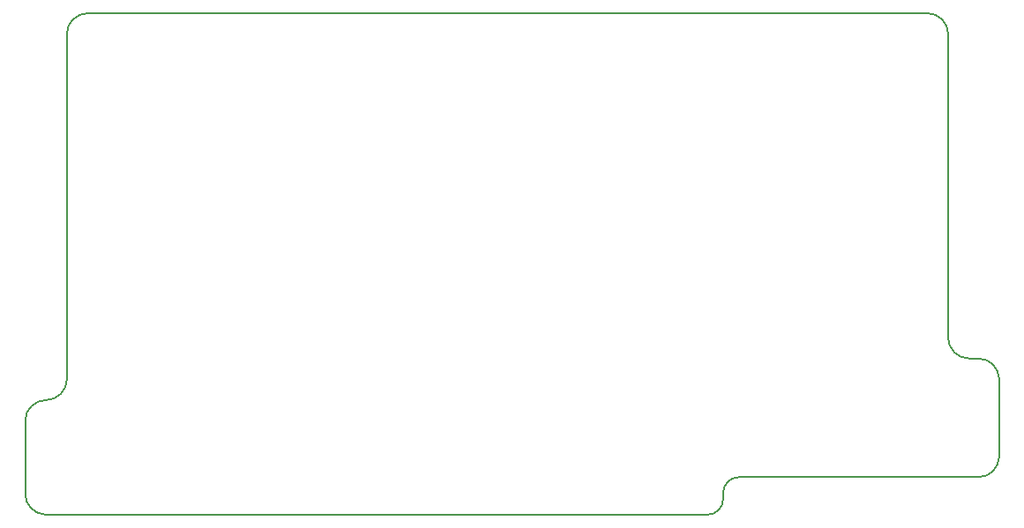
<source format=gbr>
%TF.GenerationSoftware,KiCad,Pcbnew,7.0.10-7.0.10~ubuntu23.04.1*%
%TF.CreationDate,2024-02-09T23:09:11+00:00*%
%TF.ProjectId,SPACEDOS01,53504143-4544-44f5-9330-312e6b696361,B*%
%TF.SameCoordinates,Original*%
%TF.FileFunction,Profile,NP*%
%FSLAX46Y46*%
G04 Gerber Fmt 4.6, Leading zero omitted, Abs format (unit mm)*
G04 Created by KiCad (PCBNEW 7.0.10-7.0.10~ubuntu23.04.1) date 2024-02-09 23:09:11*
%MOMM*%
%LPD*%
G01*
G04 APERTURE LIST*
%TA.AperFunction,Profile*%
%ADD10C,0.150000*%
%TD*%
G04 APERTURE END LIST*
D10*
X98434527Y-80811727D02*
G75*
G03*
X96434527Y-82811653I-27J-1999973D01*
G01*
X94434527Y-117971727D02*
G75*
G03*
X92434527Y-119971653I-27J-1999973D01*
G01*
X92434547Y-126971653D02*
G75*
G03*
X94434527Y-128971653I1999953J-47D01*
G01*
X94434527Y-128971653D02*
X157934527Y-128971653D01*
X96434527Y-82811653D02*
X96434527Y-115971653D01*
X92434527Y-119971653D02*
X92434527Y-126971653D01*
X159434527Y-126871653D02*
X159434527Y-127471653D01*
X160934527Y-125371727D02*
G75*
G03*
X159434527Y-126871653I-27J-1499973D01*
G01*
X157934527Y-128971727D02*
G75*
G03*
X159434527Y-127471653I-27J1500027D01*
G01*
X94434527Y-117971727D02*
G75*
G03*
X96434527Y-115971653I-27J2000027D01*
G01*
X181034528Y-82811653D02*
X181034527Y-111971653D01*
X185934527Y-115971653D02*
X185934527Y-123371653D01*
X183934527Y-125371653D02*
X160934527Y-125371653D01*
X183934527Y-125371727D02*
G75*
G03*
X185934527Y-123371653I-27J2000027D01*
G01*
X183934527Y-113971653D02*
X183034528Y-113971653D01*
X181034547Y-111971653D02*
G75*
G03*
X183034528Y-113971653I1999953J-47D01*
G01*
X98434527Y-80811653D02*
X179034528Y-80811653D01*
X185934547Y-115971653D02*
G75*
G03*
X183934527Y-113971653I-2000047J-47D01*
G01*
X181034547Y-82811653D02*
G75*
G03*
X179034528Y-80811653I-2000047J-47D01*
G01*
M02*

</source>
